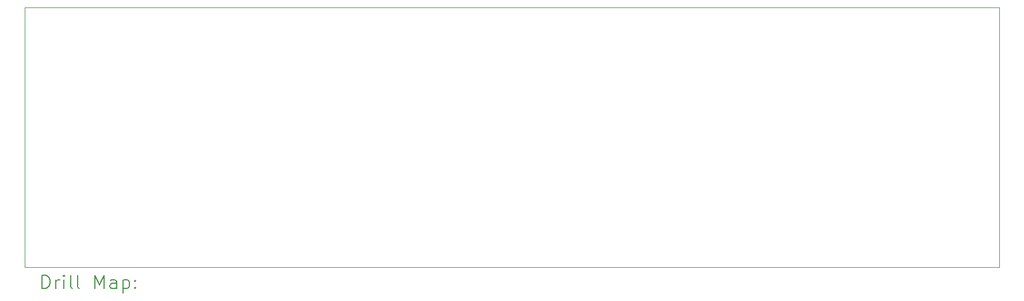
<source format=gbr>
%TF.GenerationSoftware,KiCad,Pcbnew,7.0.10*%
%TF.CreationDate,2025-02-28T21:12:33-05:00*%
%TF.ProjectId,SDP25_MainPCB_V2,53445032-355f-44d6-9169-6e5043425f56,2.1*%
%TF.SameCoordinates,Original*%
%TF.FileFunction,Drillmap*%
%TF.FilePolarity,Positive*%
%FSLAX45Y45*%
G04 Gerber Fmt 4.5, Leading zero omitted, Abs format (unit mm)*
G04 Created by KiCad (PCBNEW 7.0.10) date 2025-02-28 21:12:33*
%MOMM*%
%LPD*%
G01*
G04 APERTURE LIST*
%ADD10C,0.100000*%
%ADD11C,0.200000*%
G04 APERTURE END LIST*
D10*
X9194800Y-6527800D02*
X23545800Y-6527800D01*
X23545800Y-10363200D01*
X9194800Y-10363200D01*
X9194800Y-6527800D01*
D11*
X9450577Y-10679684D02*
X9450577Y-10479684D01*
X9450577Y-10479684D02*
X9498196Y-10479684D01*
X9498196Y-10479684D02*
X9526767Y-10489208D01*
X9526767Y-10489208D02*
X9545815Y-10508255D01*
X9545815Y-10508255D02*
X9555339Y-10527303D01*
X9555339Y-10527303D02*
X9564863Y-10565398D01*
X9564863Y-10565398D02*
X9564863Y-10593970D01*
X9564863Y-10593970D02*
X9555339Y-10632065D01*
X9555339Y-10632065D02*
X9545815Y-10651112D01*
X9545815Y-10651112D02*
X9526767Y-10670160D01*
X9526767Y-10670160D02*
X9498196Y-10679684D01*
X9498196Y-10679684D02*
X9450577Y-10679684D01*
X9650577Y-10679684D02*
X9650577Y-10546350D01*
X9650577Y-10584446D02*
X9660101Y-10565398D01*
X9660101Y-10565398D02*
X9669624Y-10555874D01*
X9669624Y-10555874D02*
X9688672Y-10546350D01*
X9688672Y-10546350D02*
X9707720Y-10546350D01*
X9774386Y-10679684D02*
X9774386Y-10546350D01*
X9774386Y-10479684D02*
X9764863Y-10489208D01*
X9764863Y-10489208D02*
X9774386Y-10498731D01*
X9774386Y-10498731D02*
X9783910Y-10489208D01*
X9783910Y-10489208D02*
X9774386Y-10479684D01*
X9774386Y-10479684D02*
X9774386Y-10498731D01*
X9898196Y-10679684D02*
X9879148Y-10670160D01*
X9879148Y-10670160D02*
X9869624Y-10651112D01*
X9869624Y-10651112D02*
X9869624Y-10479684D01*
X10002958Y-10679684D02*
X9983910Y-10670160D01*
X9983910Y-10670160D02*
X9974386Y-10651112D01*
X9974386Y-10651112D02*
X9974386Y-10479684D01*
X10231529Y-10679684D02*
X10231529Y-10479684D01*
X10231529Y-10479684D02*
X10298196Y-10622541D01*
X10298196Y-10622541D02*
X10364863Y-10479684D01*
X10364863Y-10479684D02*
X10364863Y-10679684D01*
X10545815Y-10679684D02*
X10545815Y-10574922D01*
X10545815Y-10574922D02*
X10536291Y-10555874D01*
X10536291Y-10555874D02*
X10517244Y-10546350D01*
X10517244Y-10546350D02*
X10479148Y-10546350D01*
X10479148Y-10546350D02*
X10460101Y-10555874D01*
X10545815Y-10670160D02*
X10526767Y-10679684D01*
X10526767Y-10679684D02*
X10479148Y-10679684D01*
X10479148Y-10679684D02*
X10460101Y-10670160D01*
X10460101Y-10670160D02*
X10450577Y-10651112D01*
X10450577Y-10651112D02*
X10450577Y-10632065D01*
X10450577Y-10632065D02*
X10460101Y-10613017D01*
X10460101Y-10613017D02*
X10479148Y-10603493D01*
X10479148Y-10603493D02*
X10526767Y-10603493D01*
X10526767Y-10603493D02*
X10545815Y-10593970D01*
X10641053Y-10546350D02*
X10641053Y-10746350D01*
X10641053Y-10555874D02*
X10660101Y-10546350D01*
X10660101Y-10546350D02*
X10698196Y-10546350D01*
X10698196Y-10546350D02*
X10717244Y-10555874D01*
X10717244Y-10555874D02*
X10726767Y-10565398D01*
X10726767Y-10565398D02*
X10736291Y-10584446D01*
X10736291Y-10584446D02*
X10736291Y-10641589D01*
X10736291Y-10641589D02*
X10726767Y-10660636D01*
X10726767Y-10660636D02*
X10717244Y-10670160D01*
X10717244Y-10670160D02*
X10698196Y-10679684D01*
X10698196Y-10679684D02*
X10660101Y-10679684D01*
X10660101Y-10679684D02*
X10641053Y-10670160D01*
X10822005Y-10660636D02*
X10831529Y-10670160D01*
X10831529Y-10670160D02*
X10822005Y-10679684D01*
X10822005Y-10679684D02*
X10812482Y-10670160D01*
X10812482Y-10670160D02*
X10822005Y-10660636D01*
X10822005Y-10660636D02*
X10822005Y-10679684D01*
X10822005Y-10555874D02*
X10831529Y-10565398D01*
X10831529Y-10565398D02*
X10822005Y-10574922D01*
X10822005Y-10574922D02*
X10812482Y-10565398D01*
X10812482Y-10565398D02*
X10822005Y-10555874D01*
X10822005Y-10555874D02*
X10822005Y-10574922D01*
M02*

</source>
